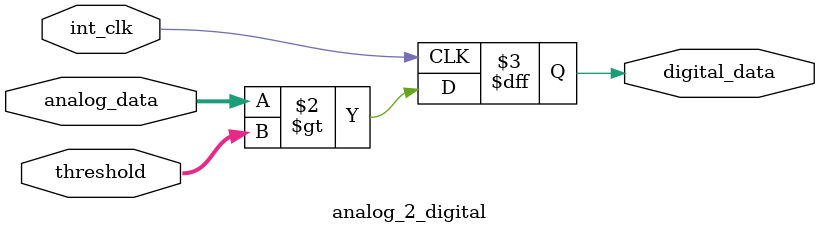
<source format=v>
module ADC_Read (int_clk, dout, cs, din, areading, read_clk);

	input int_clk, dout;
	output cs, din, read_clk;
	output [11:0] areading;
	
	ADC_signalling module1 (read_clk, threshold, dout, areading);
	rec_clock module2 (int_clk, read_clk);
	
	assign cs = 0;
	assign din = 0;

endmodule

module ADC_signalling (clk, threshold, dout, areading);

    input clk, dout;
	 input [11:0] threshold;
	 
	 output reg [11:0] areading;

    reg [3:0] counter = 4'b1011;
	 reg [11:0] cache = 12'b0000_0000_0000;

    always @(negedge clk) begin
        counter = counter + 4'b0001;

        if (~(counter[2] && counter[3]))
            cache [counter] <= dout;
				
			if (counter[0] && counter[1] && counter[2] && counter[3]) begin
				areading[11] <= cache[0];
				areading[10] <= cache[1];
				areading[9] <= cache[2];
				areading[8] <= cache[3];
				areading[7] <= cache[4];
				areading[6] <= cache[5];
				areading[5] <= cache[6];
				areading[4] <= cache[7];
				areading[3] <= cache[8];
				areading[2] <= cache[9];
				areading[1] <= cache[10];
				areading[0] <= cache[11];
			end
				
			
				
    end


endmodule

// Recieving clock
// Creates a clock for reading purposes that matches 9600baud
module rec_clock(int_clk, clk);

	input int_clk; // Internal 50MHz clock
	output reg clk; // Output clock
	
	reg [15:0] divider; // Divider for timing
	
	initial begin
		divider <= 16'b0000_0000_0000;
	end
	
	always @(posedge int_clk) begin
	
		clk <= divider[15];
		divider = divider + 16'b0000_0000_0001;
	
	end

endmodule

module analog_2_digital(int_clk, analog_data, digital_data, threshold);
	
	input int_clk;
	input [11:0] analog_data, threshold;
	output reg digital_data;
	
	always @(posedge int_clk) begin
		digital_data <= (analog_data > threshold);
	end


endmodule
</source>
